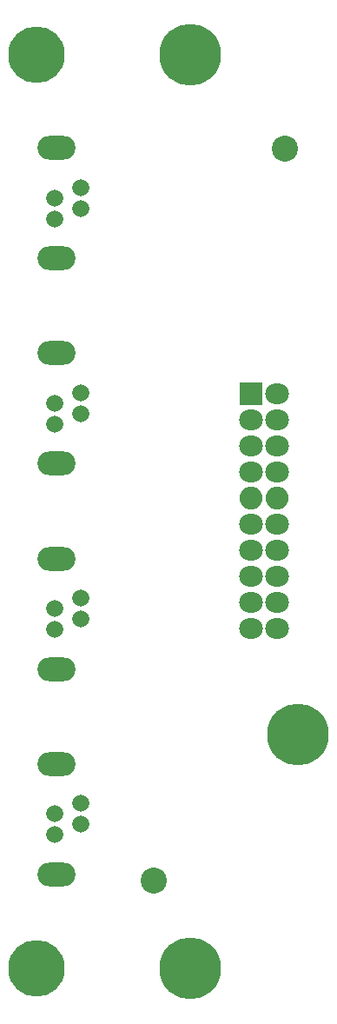
<source format=gts>
G04 #@! TF.FileFunction,Soldermask,Top*
%FSLAX46Y46*%
G04 Gerber Fmt 4.6, Leading zero omitted, Abs format (unit mm)*
G04 Created by KiCad (PCBNEW 4.0.4+e1-6308~48~ubuntu15.10.1-stable) date Tue Aug  8 09:27:19 2017*
%MOMM*%
%LPD*%
G01*
G04 APERTURE LIST*
%ADD10C,0.150000*%
%ADD11C,2.540000*%
%ADD12C,6.008000*%
%ADD13C,5.508000*%
%ADD14R,2.235200X2.235200*%
%ADD15O,2.308000X2.008000*%
%ADD16O,2.235200X2.235200*%
%ADD17C,1.668000*%
%ADD18O,3.708000X2.308000*%
G04 APERTURE END LIST*
D10*
D11*
X77190600Y-131711700D03*
X89966800Y-60401200D03*
D12*
X80772000Y-51296000D03*
X80772000Y-140296000D03*
D13*
X65772000Y-140296000D03*
X65772000Y-51296000D03*
D14*
X86671200Y-84290000D03*
D15*
X89211200Y-84290000D03*
X86671200Y-86830000D03*
X89211200Y-86830000D03*
X86671200Y-89370000D03*
X89211200Y-89370000D03*
X86671200Y-91910000D03*
X89211200Y-91910000D03*
D16*
X86671200Y-94450000D03*
X89211200Y-94450000D03*
D15*
X86671200Y-96990000D03*
X89211200Y-96990000D03*
X86671200Y-99530000D03*
X89211200Y-99530000D03*
X86671200Y-102070000D03*
X89211200Y-102070000D03*
X86671200Y-104610000D03*
X89211200Y-104610000D03*
X86671200Y-107150000D03*
X89211200Y-107150000D03*
D12*
X91287600Y-117449600D03*
D17*
X70081200Y-126230000D03*
X70081200Y-124190000D03*
X67531200Y-125210000D03*
X67531200Y-127250000D03*
D18*
X67731200Y-131100000D03*
X67731200Y-120340000D03*
D17*
X70081200Y-106230000D03*
X70081200Y-104190000D03*
X67531200Y-105210000D03*
X67531200Y-107250000D03*
D18*
X67731200Y-111100000D03*
X67731200Y-100340000D03*
D17*
X70081200Y-86230000D03*
X70081200Y-84190000D03*
X67531200Y-85210000D03*
X67531200Y-87250000D03*
D18*
X67731200Y-91100000D03*
X67731200Y-80340000D03*
D17*
X70081200Y-66230000D03*
X70081200Y-64190000D03*
X67531200Y-65210000D03*
X67531200Y-67250000D03*
D18*
X67731200Y-71100000D03*
X67731200Y-60340000D03*
M02*

</source>
